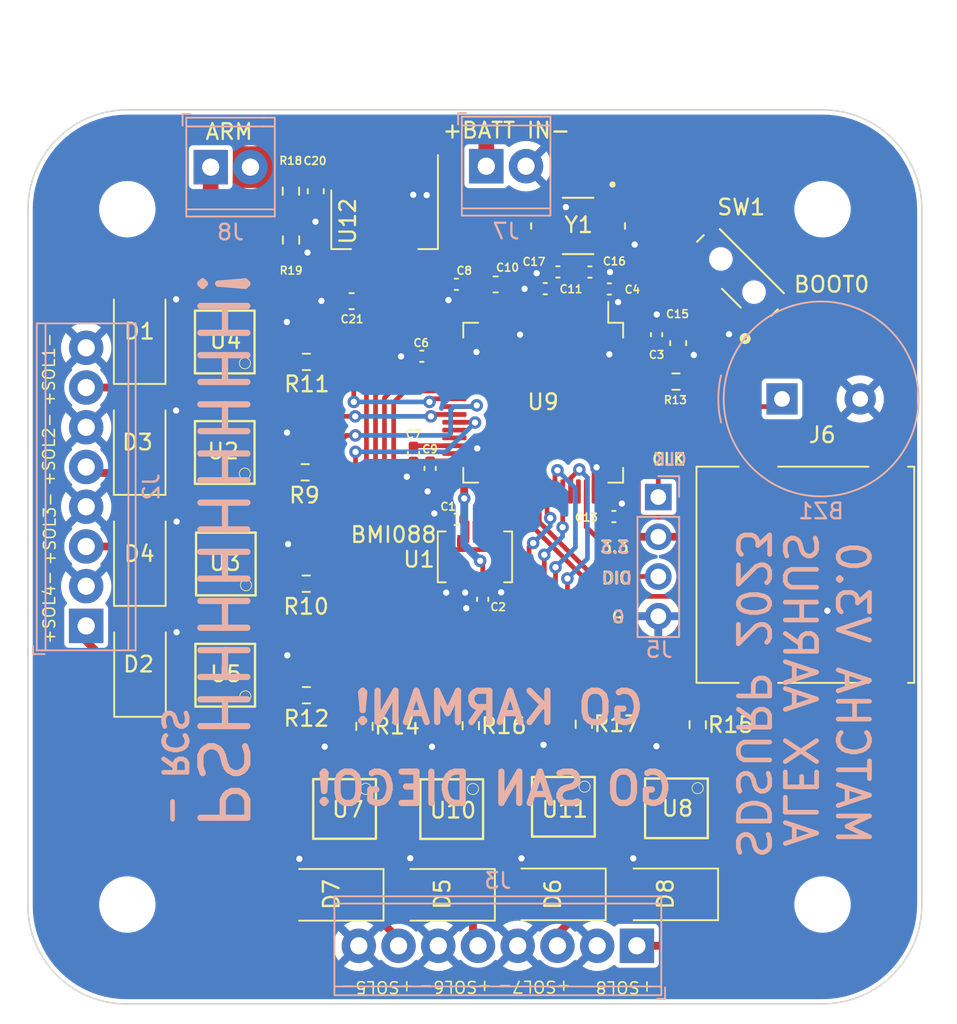
<source format=kicad_pcb>
(kicad_pcb (version 20211014) (generator pcbnew)
  (layers (0 "F.Cu" signal) (31 "B.Cu" power) (34 "B.Paste" user) (35 "F.Paste" user) (36 "B.SilkS" user "B.Silkscreen") (37 "F.SilkS" user "F.Silkscreen") (38 "B.Mask" user) (39 "F.Mask" user) (44 "Edge.Cuts" user))
  (net 0 "")
  (net 1 "BUZZER")
  (net 2 "GND")
  (net 3 "3.3V")
  (net 4 "Net-(C7-Pad1)")
  (net 5 "Net-(C10-Pad2)")
  (net 6 "Net-(C11-Pad1)")
  (net 7 "RCC_OSC_IN")
  (net 8 "RCC_OSC_OUT")
  (net 9 "PWR")
  (net 10 "Net-(D1-Pad1)")
  (net 11 "Net-(D2-Pad1)")
  (net 12 "Net-(D3-Pad1)")
  (net 13 "Net-(D4-Pad1)")
  (net 14 "Net-(D5-Pad1)")
  (net 15 "Net-(D6-Pad1)")
  (net 16 "Net-(D7-Pad1)")
  (net 20 "SYS_JTMS-SWDIO")
  (net 21 "SYS_JTCK_SWCLK")
  (net 22 "SDIO_D2")
  (net 23 "SDIO_D3")
  (net 24 "SDIO_CMD")
  (net 25 "SDIO_CK")
  (net 26 "SDIO_D0")
  (net 27 "SDIO_D1")
  (net 29 "BATT+")
  (net 32 "Net-(R9-Pad1)")
  (net 33 "SOL2")
  (net 34 "Net-(R10-Pad1)")
  (net 35 "SOL3")
  (net 36 "Net-(R11-Pad1)")
  (net 37 "SOL1")
  (net 38 "Net-(R12-Pad1)")
  (net 39 "SOL4")
  (net 40 "Net-(R13-Pad1)")
  (net 41 "Net-(R13-Pad2)")
  (net 42 "Net-(R14-Pad1)")
  (net 43 "SOL5")
  (net 44 "Net-(R15-Pad1)")
  (net 45 "SOL8")
  (net 46 "Net-(R16-Pad1)")
  (net 47 "SOL6")
  (net 48 "Net-(R17-Pad1)")
  (net 49 "SOL7")
  (net 50 "VMON")
  (net 52 "INT_ACC1")
  (net 53 "MISO")
  (net 54 "CS1_ACC")
  (net 55 "INT_GYRO2")
  (net 56 "INT_GYRO1")
  (net 57 "MOSI")
  (net 58 "SCK")
  (net 59 "CS2_GYRO")
  (net 60 "INT_ACC2")
  (net 71 "Net-(D8-Pad1)")
  (footprint "Resistor_SMD:R_0603_1608Metric" (layer "F.Cu") (at 53.71 64.7716 90)
    (fp_text reference "R16")
    (fp_text value "270")
  )
  (footprint "Resistor_SMD:R_0603_1608Metric" (layer "F.Cu") (at 43.12 48.57)
    (fp_text reference "R9")
    (fp_text value "270")
  )
  (footprint "Diode_SMD:D_SMA" (layer "F.Cu") (at 32.54 46.61 90)
    (fp_text reference "D3")
    (fp_text value "B330")
  )
  (footprint "Capacitor_SMD:C_0402_1005Metric" (layer "F.Cu") (at 58.47 36.83 180)
    (fp_text reference "C11")
    (fp_text value "100nF")
  )
  (footprint "Capacitor_SMD:C_0402_1005Metric" (layer "F.Cu") (at 50.05 47.37 -90)
    (fp_text reference "C7")
    (fp_text value "4.7uF")
  )
  (footprint "Diode_SMD:D_SMA" (layer "F.Cu") (at 32.55 53.71 90)
    (fp_text reference "D4")
    (fp_text value "B330")
  )
  (footprint "BMI088:BMI088" (layer "F.Cu") (at 53.975 53.975 180)
    (fp_text reference "U1")
    (fp_text value "BMI088")
  )
  (footprint "CPC1020NTR:4-SOP" (layer "F.Cu") (at 37.98 40.24 90)
    (fp_text reference "U4")
    (fp_text value "CPC1020NTR")
  )
  (footprint "Capacitor_SMD:C_0402_1005Metric" (layer "F.Cu") (at 52.78 51.58 180)
    (fp_text reference "C1")
    (fp_text value "100nF")
  )
  (footprint "MountingHole:MountingHole_3mm" (layer "F.Cu") (at 76.2 31.75)
    (fp_text reference "H2")
    (fp_text value "MountingHole")
  )
  (footprint "CPC1020NTR:4-SOP" (layer "F.Cu") (at 59.63 69.95 180)
    (fp_text reference "U11")
    (fp_text value "CPC1020NTR")
  )
  (footprint "Package_TO_SOT_SMD:SOT-223-3_TabPin2" (layer "F.Cu") (at 48.2 32.39 -90)
    (fp_text reference "U12")
    (fp_text value "NCP1117-3.3_SOT223")
  )
  (footprint "Resistor_SMD:R_0603_1608Metric" (layer "F.Cu") (at 43.2 62.82)
    (fp_text reference "R12")
    (fp_text value "270")
  )
  (footprint "CPC1020NTR:4-SOP" (layer "F.Cu") (at 45.64 70.09 180)
    (fp_text reference "U7")
    (fp_text value "CPC1020NTR")
  )
  (footprint "Capacitor_SMD:C_0402_1005Metric" (layer "F.Cu") (at 62.86 51.4)
    (fp_text reference "C13")
    (fp_text value "100nF")
  )
  (footprint "Resistor_SMD:R_0603_1608Metric" (layer "F.Cu") (at 68.22 64.71 90)
    (fp_text reference "R15")
    (fp_text value "270")
  )
  (footprint "Capacitor_SMD:C_0603_1608Metric" (layer "F.Cu") (at 46.09 37.63 180)
    (fp_text reference "C21")
    (fp_text value "10uF")
  )
  (footprint "CPC1020NTR:4-SOP" (layer "F.Cu") (at 66.86 70.05 180)
    (fp_text reference "U8")
    (fp_text value "CPC1020NTR")
  )
  (footprint "CPC1020NTR:4-SOP" (layer "F.Cu") (at 37.98 47.3 90)
    (fp_text reference "U2")
    (fp_text value "CPC1020NTR")
  )
  (footprint "Resistor_SMD:R_0603_1608Metric" (layer "F.Cu") (at 46.9104 64.811599 90)
    (fp_text reference "R14")
    (fp_text value "270")
  )
  (footprint "Capacitor_SMD:C_0402_1005Metric" (layer "F.Cu") (at 54.47 56.69 -90)
    (fp_text reference "C2")
    (fp_text value "100nF")
  )
  (footprint "Capacitor_SMD:C_0402_1005Metric" (layer "F.Cu") (at 50.58 41.15 180)
    (fp_text reference "C6")
    (fp_text value "100nF")
  )
  (footprint "PCM12SMTR:SW_PCM12SMTR" (layer "F.Cu") (at 70.76 35.99 135)
    (fp_text reference "SW1")
    (fp_text value "PCM12SMTR")
  )
  (footprint "Capacitor_SMD:C_0603_1608Metric" (layer "F.Cu") (at 43.8 30.6 -90)
    (fp_text reference "C20")
    (fp_text value "100nF")
  )
  (footprint "Capacitor_SMD:C_0402_1005Metric" (layer "F.Cu") (at 62.57 36.85)
    (fp_text reference "C4")
    (fp_text value "100nF")
  )
  (footprint "Resistor_SMD:R_0603_1608Metric" (layer "F.Cu") (at 60.9404 64.6766 90)
    (fp_text reference "R17")
    (fp_text value "270")
  )
  (footprint "CPC1020NTR:4-SOP" (layer "F.Cu") (at 38.05 54.43 90)
    (fp_text reference "U3")
    (fp_text value "CPC1020NTR")
  )
  (footprint "Resistor_SMD:R_0603_1608Metric" (layer "F.Cu") (at 42.21 30.6 -90)
    (fp_text reference "R18")
    (fp_text value "1M")
  )
  (footprint "Diode_SMD:D_SMA" (layer "F.Cu") (at 32.56 60.8 90)
    (fp_text reference "D2")
    (fp_text value "B330")
  )
  (footprint "Capacitor_SMD:C_0603_1608Metric" (layer "F.Cu") (at 55.3 36.56 180)
    (fp_text reference "C10")
    (fp_text value "1uF")
  )
  (footprint "Diode_SMD:D_SMA" (layer "F.Cu") (at 58.94 75.55 180)
    (fp_text reference "D6")
    (fp_text value "B330")
  )
  (footprint "MountingHole:MountingHole_3mm" (layer "F.Cu") (at 76.2 76.2)
    (fp_text reference "H4")
    (fp_text value "MountingHole")
  )
  (footprint "Capacitor_SMD:C_0402_1005Metric" (layer "F.Cu") (at 59.28 35.76 180)
    (fp_text reference "C17")
    (fp_text value "26pf")
  )
  (footprint "Resistor_SMD:R_0603_1608Metric" (layer "F.Cu") (at 43.19 55.69)
    (fp_text reference "R10")
    (fp_text value "270")
  )
  (footprint "Capacitor_SMD:C_0402_1005Metric" (layer "F.Cu") (at 52.79 36.55 180)
    (fp_text reference "C8")
    (fp_text value "100nF")
  )
  (footprint "Diode_SMD:D_SMA" (layer "F.Cu") (at 51.85 75.58 180)
    (fp_text reference "D5")
    (fp_text value "B330")
  )
  (footprint "MountingHole:MountingHole_3mm" (layer "F.Cu") (at 31.75 76.2)
    (fp_text reference "H1")
    (fp_text value "MountingHole")
  )
  (footprint "Resistor_SMD:R_0603_1608Metric" (layer "F.Cu") (at 43.2 41.51)
    (fp_text reference "R11")
    (fp_text value "270")
  )
  (footprint "Diode_SMD:D_SMA" (layer "F.Cu") (at 44.73 75.58 180)
    (fp_text reference "D7")
    (fp_text value "B330")
  )
  (footprint "Resistor_SMD:R_0603_1608Metric" (layer "F.Cu") (at 66.83 42.77)
    (fp_text reference "R13")
    (fp_text value "10k")
  )
  (footprint "Capacitor_SMD:C_0402_1005Metric" (layer "F.Cu") (at 65.59 39.77 90)
    (fp_text reference "C3")
    (fp_text value "100nF")
  )
  (footprint "Connector_Card:microSD_HC_Wuerth_693072010801" (layer "F.Cu") (at 76.25 55.12 -90)
    (fp_text reference "J6")
    (fp_text value "Micro_SD_Card")
  )
  (footprint "Diode_SMD:D_SMA" (layer "F.Cu") (at 66.12 75.55 180)
    (fp_text reference "D8")
    (fp_text value "B330")
  )
  (footprint "Package_QFP:LQFP-64_10x10mm_P0.5mm" (layer "F.Cu") (at 58.34 44.12 -90)
    (fp_text reference "U9")
    (fp_text value "STM32F401RDTx")
  )
  (footprint "Capacitor_SMD:C_0402_1005Metric" (layer "F.Cu") (at 51.11 48.32 -90)
    (fp_text reference "C9")
    (fp_text value "100nF")
  )
  (footprint "MountingHole:MountingHole_3mm" (layer "F.Cu") (at 31.75 31.75)
    (fp_text reference "H3")
    (fp_text value "MountingHole")
  )
  (footprint "ABMM2_6mm_3_6mm:XTAL_ABMM2-25.000MHZ-D1-T" (layer "F.Cu") (at 60.57 32.82 -90)
    (fp_text reference "Y1")
    (fp_text value "ABMM2-25MHZ-D1-T")
  )
  (footprint "Capacitor_SMD:C_0603_1608Metric" (layer "F.Cu") (at 66.97 40.31 90)
    (fp_text reference "C15")
    (fp_text value "4.7uF")
  )
  (footprint "CPC1020NTR:4-SOP" (layer "F.Cu") (at 38.01 61.54 90)
    (fp_text reference "U5")
    (fp_text value "CPC1020NTR")
  )
  (footprint "CPC1020NTR:4-SOP" (layer "F.Cu") (at 52.49 70.1 180)
    (fp_text reference "U10")
    (fp_text value "CPC1020NTR")
  )
  (footprint "Capacitor_SMD:C_0402_1005Metric" (layer "F.Cu") (at 61.327605 35.768426)
    (fp_text reference "C16")
    (fp_text value "26pf")
  )
  (footprint "Resistor_SMD:R_0603_1608Metric" (layer "F.Cu") (at 42.22 33.72 -90)
    (fp_text reference "R19")
    (fp_text value "100K")
  )
  (footprint "Diode_SMD:D_SMA" (layer "F.Cu") (at 32.54 39.52 90)
    (fp_text reference "D1")
    (fp_text value "B330")
  )
  (footprint "TerminalBlock_Phoenix:TerminalBlock_Phoenix_MPT-0,5-2-2.54_1x02_P2.54mm_Horizontal" (layer "B.Cu") (at 37.08 29.06)
    (fp_text reference "J8")
    (fp_text value "Screw_Terminal_01x02")
  )
  (footprint "Buzzer_Beeper:Buzzer_TDK_PS1240P02BT_D12.2mm_H6.5mm" (layer "B.Cu") (at 73.61 43.88)
    (fp_text reference "BZ1")
    (fp_text value "Buzzer")
  )
  (footprint "Connector_PinHeader_2.54mm:PinHeader_1x04_P2.54mm_Vertical" (layer "B.Cu") (at 65.7 50.15 180)
    (fp_text reference "J5")
    (fp_text value "Conn_01x04")
  )
  (footprint "TerminalBlock_Phoenix:TerminalBlock_Phoenix_MPT-0,5-8-2.54_1x08_P2.54mm_Horizontal" (layer "B.Cu") (at 29.12 58.39 90)
    (fp_text reference "J2")
    (fp_text value "Screw_Terminal_01x08")
  )
  (footprint "TerminalBlock_Phoenix:TerminalBlock_Phoenix_MPT-0,5-8-2.54_1x08_P2.54mm_Horizontal" (layer "B.Cu") (at 64.3304 78.8366 180)
    (fp_text reference "J3")
    (fp_text value "Screw_Terminal_01x08")
  )
  (footprint "TerminalBlock_Phoenix:TerminalBlock_Phoenix_MPT-0,5-2-2.54_1x02_P2.54mm_Horizontal" (layer "B.Cu") (at 54.7 29)
    (fp_text reference "J7")
    (fp_text value "Screw_Terminal_01x02")
  )
  (gr_line (start 82.55 31.75) (end 82.55 76.2) (layer "Edge.Cuts") (width 0.1))
  (gr_arc (start 76.2 25.4) (mid 80.690128 27.259872) (end 82.55 31.75) (layer "Edge.Cuts") (width 0.1))
  (gr_arc (start 82.55 76.2) (mid 80.690128 80.690128) (end 76.2 82.55) (layer "Edge.Cuts") (width 0.1))
  (gr_line (start 76.2 82.55) (end 31.75 82.55) (layer "Edge.Cuts") (width 0.1))
  (gr_arc (start 25.4 31.75) (mid 27.259872 27.259872) (end 31.75 25.4) (layer "Edge.Cuts") (width 0.1))
  (gr_arc (start 31.75 82.55) (mid 27.237091 80.712909) (end 25.4 76.2) (layer "Edge.Cuts") (width 0.1))
  (gr_line (start 31.75 25.4) (end 76.2 25.4) (layer "Edge.Cuts") (width 0.1))
  (gr_line (start 25.4 76.2) (end 25.4 31.75) (layer "Edge.Cuts") (width 0.1))
  (gr_text "SDSURP 2023" (at 71.73 62.72 270) (layer "B.SilkS") (effects (font (size 2 2) (thickness 0.3)) (justify mirror)))
  (gr_text "MATCHA V3.0" (at 78.11 62.68 270) (layer "B.SilkS") (effects (font (size 2 2) (thickness 0.3)) (justify mirror)))
  (gr_text "GO SAN DIEGO!" (at 55.19 68.8) (layer "B.SilkS") (effects (font (size 2 2) (thickness 0.4)) (justify mirror)))
  (gr_text "GO KARMAN! " (at 54.75 63.63) (layer "B.SilkS") (effects (font (size 2 2) (thickness 0.4)) (justify mirror)))
  (gr_text "- RCS" (at 34.75 67.39 270) (layer "B.SilkS") (effects (font (size 1.5 1.5) (thickness 0.3)) (justify mirror)))
  (gr_text "ALEX AARHUS" (at 74.73 62.439999 270) (layer "B.SilkS") (effects (font (size 2 2) (thickness 0.3)) (justify mirror)))
  (gr_text "PSHHHHHHHHH!" (at 37.79 53.58 270) (layer "B.SilkS") (effects (font (size 3 3) (thickness 0.4)) (justify mirror)))
  (gr_text "DIO" (at 63.05 55.34) (layer "B.SilkS") (effects (font (size 0.75 0.75)) (justify mirror)))
  (gr_text "G" (at 63.1684 57.824) (layer "B.SilkS") (effects (font (size 0.75 0.75)) (justify mirror)))
  (gr_text "CLK" (at 66.4484 47.744) (layer "B.SilkS") (effects (font (size 0.75 0.75)) (justify mirror)))
  (gr_text "3.3" (at 62.94 53.38) (layer "B.SilkS") (effects (font (size 0.75 0.75)) (justify mirror)))
  (gr_text "3.3" (at 62.9116 53.346) (layer "F.SilkS") (effects (font (size 0.75 0.75))))
  (gr_text "+SOL2-" (at 26.74 47.1 90) (layer "F.SilkS") (effects (font (size 0.75 0.75) (thickness 0.1))))
  (gr_text "+SOL3-" (at 26.79 52.18 90) (layer "F.SilkS") (effects (font (size 0.75 0.75) (thickness 0.1))))
  (gr_text "G" (at 63.11 57.82) (layer "F.SilkS") (effects (font (size 0.75 0.75))))
  (gr_text "+SOL4-" (at 26.76 57.2 90) (layer "F.SilkS") (effects (font (size 0.75 0.75) (thickness 0.1))))
  (gr_text "+SOL1-" (at 26.74 41.99 90) (layer "F.SilkS") (effects (font (size 0.75 0.75) (thickness 0.1))))
  (gr_text "+SOL7-" (at 57.78 81.45 180) (layer "F.SilkS") (effects (font (size 0.75 0.75) (thickness 0.1))))
  (gr_text "CLK" (at 66.37 47.74) (layer "F.SilkS") (effects (font (size 0.75 0.75))))
  (gr_text "+SOL6-" (at 52.72 81.46 180) (layer "F.SilkS") (effects (font (size 0.75 0.75) (thickness 0.1))))
  (gr_text "+SOL5-" (at 47.74 81.48 180) (layer "F.SilkS") (effects (font (size 0.75 0.75) (thickness 0.1))))
  (gr_text "ARM" (at 38.26 26.8) (layer "F.SilkS") (effects (font (size 1 1))))
  (gr_text "+BATT IN-" (at 55.99 26.71) (layer "F.SilkS") (effects (font (size 1 1))))
  (gr_text "+SOL8-" (at 63.1 81.49 180) (layer "F.SilkS") (effects (font (size 0.75 0.75) (thickness 0.1))))
  (gr_text "DIO" (at 63.0416 55.336) (layer "F.SilkS") (effects (font (size 0.75 0.75))))
  (gr_text "BOOT0" (at 76.78 36.56) (layer "F.SilkS") (effects (font (size 1 1))))
  (segment (start 64.015 44.37) (end 73.12 44.37) (width 0.3) (layer "F.Cu") (net 1))
  (segment (start 73.12 44.37) (end 73.61 43.88) (width 0.3) (layer "F.Cu") (net 1))
  (segment (start 34.89 58.8) (end 34.9 58.79) (width 0.5) (layer "F.Cu") (net 2))
  (segment (start 32.54 44.61) (end 34.86 44.61) (width 0.5) (layer "F.Cu") (net 2))
  (segment (start 53.975 55.1307) (end 53.975 55.635) (width 0.3) (layer "F.Cu") (net 2))
  (segment (start 51.64 51.52) (end 51.38 51.26) (width 0.3) (layer "F.Cu") (net 2))
  (segment (start 53.975 55.635) (end 53.35 56.26) (width 0.3) (layer "F.Cu") (net 2))
  (segment (start 58 35.76) (end 58.8 35.76) (width 0.3) (layer "F.Cu") (net 2))
  (segment (start 49.85 75.58) (end 49.85 73.25) (width 0.5) (layer "F.Cu") (net 2))
  (segment (start 64.12 73.27) (end 64.1 73.25) (width 0.5) (layer "F.Cu") (net 2))
  (segment (start 63.05 37.61) (end 63.05 36.85) (width 0.3) (layer "F.Cu") (net 2))
  (segment (start 61.59 49.795) (end 61.59 48.41) (width 0.3) (layer "F.Cu") (net 2))
  (segment (start 50.05 47.85) (end 50.05 48.42) (width 0.5) (layer "F.Cu") (net 2))
  (segment (start 59.79 31.62) (end 58.37 31.62) (width 0.5) (layer "F.Cu") (net 2))
  (segment (start 41.94 38.97) (end 40.78 38.97) (width 0.3) (layer "F.Cu") (net 2))
  (segment (start 63.13 37.69) (end 63.05 37.61) (width 0.3) (layer "F.Cu") (net 2))
  (segment (start 32.54 37.52) (end 34.86 37.52) (width 0.5) (layer "F.Cu") (net 2))
  (segment (start 54.07 40.88) (end 54.06 40.87) (width 0.3) (layer "F.Cu") (net 2))
  (segment (start 61.59 48.41) (end 61.75 48.25) (width 0.3) (layer "F.Cu") (net 2))
  (segment (start 51.7 51.58) (end 51.64 51.52) (width 0.3) (layer "F.Cu") (net 2))
  (segment (start 63.34 50.6) (end 63.37 50.57) (width 0.5) (layer "F.Cu") (net 2))
  (segment (start 40.81 60.27) (end 41.98 60.27) (width 0.3) (layer "F.Cu") (net 2))
  (segment (start 62.73 40.87) (end 62.57 41.03) (width 0.3) (layer "F.Cu") (net 2))
  (segment (start 56.59 39.5) (end 56.86 39.77) (width 0.3) (layer "F.Cu") (net 2))
  (segment (start 57.99 36.83) (end 57.16 36.83) (width 0.3) (layer "F.Cu") (net 2))
  (segment (start 71.113553 38.846447) (end 71.113553 38.818427) (width 0.5) (layer "F.Cu") (net 2))
  (segment (start 52.3 51.58) (end 51.7 51.58) (width 0.3) (layer "F.Cu") (net 2))
  (segment (start 34.89 51.71) (end 34.9 51.72) (width 0.5) (layer "F.Cu") (net 2))
  (segment (start 41.96 46.03) (end 40.78 46.03) (width 0.3) (layer "F.Cu") (net 2))
  (segment (start 56.94 73.26) (end 56.95 73.25) (width 0.5) (layer "F.Cu") (net 2))
  (segment (start 70.22 39.74) (end 71.113553 38.846447) (width 0.5) (layer "F.Cu") (net 2))
  (segment (start 44.37 66.11) (end 44.37 67.29) (width 0.3) (layer "F.Cu") (net 2))
  (segment (start 64.015 40.87) (end 62.73 40.87) (width 0.3) (layer "F.Cu") (net 2))
  (segment (start 51.22 66.13) (end 51.22 67.3) (width 0.3) (layer "F.Cu") (net 2))
  (segment (start 58.36 67.15) (end 58.36 65.99) (width 0.3) (layer "F.Cu") (net 2))
  (segment (start 64.12 75.55) (end 64.12 73.27) (width 0.5) (layer "F.Cu") (net 2))
  (segment (start 56.94 75.55) (end 56.94 73.26) (width 0.5) (layer "F.Cu") (net 2))
  (segment (start 56.59 38.445) (end 56.59 39.5) (width 0.3) (layer "F.Cu") (net 2))
  (segment (start 49.85 73.25) (end 49.84 73.24) (width 0.5) (layer "F.Cu") (net 2))
  (segment (start 53.79 47.37) (end 54.12 47.04) (width 0.3) (layer "F.Cu") (net 2))
  (segment (start 54.975001 55.1307) (end 54.975001 55.565001) (width 0.3) (layer "F.Cu") (net 2))
  (segment (start 50.1 41.15) (end 49.26 41.15) (width 0.3) (layer "F.Cu") (net 2))
  (segment (start 41.95 38.96) (end 41.94 38.97) (width 0.3) (layer "F.Cu") (net 2))
  (segment (start 65.59 38.49) (end 65.6 38.48) (width 0.5) (layer "F.Cu") (net 2))
  (segment (start 52.31 37.53) (end 52.28 37.56) (width 0.3) (layer "F.Cu") (net 2))
  (segment (start 34.86 44.61) (end 34.87 44.62) (width 0.5) (layer "F.Cu") (net 2))
  (segment (start 52.475 55.925) (end 52.14 56.26) (width 0.5) (layer "F.Cu") (net 2))
  (segment (start 40.85 53.16) (end 42.03 53.16) (width 0.3) (layer "F.Cu") (net 2))
  (segment (start 51.11 48.8) (end 51.11 49.63) (width 0.5) (layer "F.Cu") (net 2))
  (segment (start 51.23 66.12) (end 51.22 66.13) (width 0.3) (layer "F.Cu") (net 2))
  (segment (start 65.59 39.29) (end 65.59 38.49) (width 0.5) (layer "F.Cu") (net 2))
  (segment (start 32.56 58.8) (end 34.89 58.8) (width 0.5) (layer "F.Cu") (net 2))
  (segment (start 62.608426 35.768426) (end 61.807605 35.768426) (width 0.3) (layer "F.Cu") (net 2))
  (segment (start 65.59 66.09) (end 65.59 67.25) (width 0.3) (layer "F.Cu") (net 2))
  (segment (start 51.38 51.26) (end 51.38 51.2) (width 0.3) (layer "F.Cu") (net 2))
  (segment (start 64.19 34.01) (end 64.18 34.02) (width 0.5) (layer "F.Cu") (net 2))
  (segment (start 54.47 57.17) (end 53.51 57.17) (width 0.3) (layer "F.Cu") (net 2))
  (segment (start 65.58 66.08) (end 65.59 66.09) (width 0.3) (layer "F.Cu") (net 2))
  (segment (start 67.97 41.07) (end 67.955 41.085) (width 0.5) (layer "F.Cu") (net 2))
  (segment (start 52.475 55.1307) (end 52.948001 55.1307) (width 0.5) (layer "F.Cu") (net 2))
  (segment (start 42.73 75.58) (end 42.73 73.3) (width 0.5) (layer "F.Cu") (net 2))
  (segment (start 50.05 48.42) (end 49.62 48.85) (width 0.5) (layer "F.Cu") (net 2))
  (segment (start 63.34 51.4) (end 63.34 50.6) (width 0.5) (layer "F.Cu") (net 2))
  (segment (start 34.86 37.52) (end 34.87 37.51) (width 0.5) (layer "F.Cu") (net 2))
  (segment (start 52.665 47.37) (end 53.79 47.37) (width 0.3) (layer "F.Cu") (net 2))
  (segment (start 76.51 57.42) (end 77.8 57.42) (width 0.5) (layer "F.Cu") (net 2))
  (segment (start 54.975001 55.565001) (end 55.65 56.24) (width 0.3) (layer "F.Cu") (net 2))
  (segment (start 64.18 34.02) (end 62.77 34.02) (width 0.5) (layer "F.Cu") (net 2))
  (segment (start 57.16 36.83) (end 57.15 36.84) (width 0.3) (layer "F.Cu") (net 2))
  (segment (start 53.51 57.17) (end 53.42 57.26) (width 0.3) (layer "F.Cu") (net 2))
  (segment (start 52.475 55.1307) (end 52.475 55.925) (width 0.5) (layer "F.Cu") (net 2))
  (segment (start 52.31 36.55) (end 52.31 37.53) (width 0.3) (layer "F.Cu") (net 2))
  (segment (start 42.73 73.3) (end 42.75 73.28) (width 0.5) (layer "F.Cu") (net 2))
  (segment (start 32.55 51.71) (end 34.89 51.71) (width 0.5) (layer "F.Cu") (net 2))
  (segment (start 51.11 49.63) (end 50.95 49.79) (width 0.5) (layer "F.Cu") (net 2))
  (segment (start 62.61 35.77) (end 62.608426 35.768426) (width 0.3) (layer "F.Cu") (net 2))
  (segment (start 49.26 41.15) (end 49.25 41.16) (width 0.3) (layer "F.Cu") (net 2))
  (segment (start 57.92 35.84) (end 58 35.76) (width 0.3) (layer "F.Cu") (net 2))
  (segment (start 67.955 41.085) (end 66.97 41.085) (width 0.5) (layer "F.Cu") (net 2))
  (segment (start 54.06 40.87) (end 52.665 40.87) (width 0.3) (layer "F.Cu") (net 2))
  (via (at 59.79 31.62) (size 0.8) (drill 0.4) (layers "F.Cu" "B.Cu") (net 2))
  (via (at 50.03 30.83) (size 0.8) (drill 0.4) (layers "F.Cu" "B.Cu") (net 2))
  (via (at 64.1 73.25) (size 0.8) (drill 0.4) (layers "F.Cu" "B.Cu") (net 2))
  (via (at 76.51 57.42) (size 0.8) (drill 0.4) (layers "F.Cu" "B.Cu") (net 2))
  (via (at 55.65 56.24) (size 0.8) (drill 0.4) (layers "F.Cu" "B.Cu") (net 2))
  (via (at 58.36 65.99) (size 0.8) (drill 0.4) (layers "F.Cu" "B.Cu") (net 2))
  (via (at 57.15 36.84) (size 0.8) (drill 0.4) (layers "F.Cu" "B.Cu") (net 2))
  (via (at 41.95 38.96) (size 0.8) (drill 0.4) (layers "F.Cu" "B.Cu") (net 2))
  (via (at 50.89 30.85) (size 0.8) (drill 0.4) (layers "F.Cu" "B.Cu") (net 2))
  (via (at 65.58 66.08) (size 0.8) (drill 0.4) (layers "F.Cu" "B.Cu") (net 2))
  (via (at 42.03 53.16) (size 0.8) (drill 0.4) (layers "F.Cu" "B.Cu") (net 2))
  (via (at 62.61 35.77) (size 0.8) (drill 0.4) (layers "F.Cu" "B.Cu") (net 2))
  (via (at 43.78 32.55) (size 0.8) (drill 0.4) (layers "F.Cu" "B.Cu") (net 2))
  (via (at 34.9 51.72) (size 0.8) (drill 0.4) (layers "F.Cu" "B.Cu") (net 2))
  (via (at 61.75 48.25) (size 0.8) (drill 0.4) (layers "F.Cu" "B.Cu") (net 2))
  (via (at 52.28 37.56) (size 0.8) (drill 0.4) (layers "F.Cu" "B.Cu") (net 2))
  (via (at 44.37 66.11) (size 0.8) (drill 0.4) (layers "F.Cu" "B.Cu") (net 2))
  (via (at 52.14 56.26) (size 0.8) (drill 0.4) (layers "F.Cu" "B.Cu") (net 2))
  (via (at 56.95 73.25) (size 0.8) (drill 0.4) (layers "F.Cu" "B.Cu") (net 2))
  (via (at 34.9 58.79) (size 0.8) (drill 0.4) (layers "F.Cu" "B.Cu") (net 2))
  (via (at 54.12 47.04) (size 0.8) (drill 0.4) (layers "F.Cu" "B.Cu") (net 2))
  (via (at 63.13 37.69) (size 0.8) (drill 0.4) (layers "F.Cu" "B.Cu") (net 2))
  (via (at 64.19 34.01) (size 0.8) (drill 0.4) (layers "F.Cu" "B.Cu") (net 2))
  (via (at 62.57 41.03) (size 0.8) (drill 0.4) (layers "F.Cu" "B.Cu") (net 2))
  (via (at 49.84 73.24) (size 0.8) (drill 0.4) (layers "F.Cu" "B.Cu") (net 2))
  (via (at 54.07 40.88) (size 0.8) (drill 0.4) (layers "F.Cu" "B.Cu") (net 2))
  (via (at 51.38 51.2) (size 0.8) (drill 0.4) (layers "F.Cu" "B.Cu") (net 2))
  (via (at 43.27 34.52) (size 0.8) (drill 0.4) (layers "F.Cu" "B.Cu") (net 2))
  (via (at 41.98 60.27) (size 0.8) (drill 0.4) (layers "F.Cu" "B.Cu") (net 2))
  (via (at 67.97 41.07) (size 0.8) (drill 0.4) (layers "F.Cu" "B.Cu") (net 2))
  (via (at 65.6 38.48) (size 0.8) (drill 0.4) (layers "F.Cu" "B.Cu") (net 2))
  (via (at 53.42 57.26) (size 0.8) (drill 0.4) (layers "F.Cu" "B.Cu") (net 2))
  (via (at 42.75 73.28) (size 0.8) (drill 0.4) (layers "F.Cu" "B.Cu") (net 2))
  (via (at 49.62 48.85) (size 0.8) (drill 0.4) (layers "F.Cu" "B.Cu") (net 2))
  (via (at 44.16 37.61) (size 0.8) (drill 0.4) (layers "F.Cu" "B.Cu") (net 2))
  (via (at 53.35 56.26) (size 0.8) (drill 0.4) (layers "F.Cu" "B.Cu") (net 2))
  (via (at 56.86 39.77) (size 0.8) (drill 0.4) (layers "F.Cu" "B.Cu") (net 2))
  (via (at 57.92 35.84) (size 0.8) (drill 0.4) (layers "F.Cu" "B.Cu") (net 2))
  (via (at 49.25 41.16) (size 0.8) (drill 0.4) (layers "F.Cu" "B.Cu") (net 2))
  (via (at 63.37 50.57) (size 0.8) (drill 0.4) (layers "F.Cu" "B.Cu") (net 2))
  (via (at 34.87 37.51) (size 0.8) (drill 0.4) (layers "F.Cu" "B.Cu") (net 2))
  (via (at 50.95 49.79) (size 0.8) (drill 0.4) (layers "F.Cu" "B.Cu") (net 2))
  (via (at 70.22 39.74) (size 0.8) (drill 0.4) (layers "F.Cu" "B.Cu") (net 2))
  (via (at 34.87 44.62) (size 0.8) (drill 0.4) (layers "F.Cu" "B.Cu") (net 2))
  (via (at 41.96 46.03) (size 0.8) (drill 0.4) (layers "F.Cu" "B.Cu") (net 2))
  (via (at 51.23 66.12) (size 0.8) (drill 0.4) (layers "F.Cu" "B.Cu") (net 2))
  (segment (start 53.475001 52.8193) (end 53.475001 51.795001) (width 0.3) (layer "F.Cu") (net 3))
  (segment (start 52.665 41.37) (end 53.437803 41.37) (width 0.3) (layer "F.Cu") (net 3))
  (segment (start 53.437803 41.37) (end 53.887803 41.82) (width 0.3) (layer "F.Cu") (net 3))
  (segment (start 53.29 49.27) (end 53.29 50.24) (width 0.5) (layer "F.Cu") (net 3))
  (segment (start 62.427 47.467) (end 61.71 46.75) (width 0.3) (layer "F.Cu") (net 3))
  (segment (start 69.99 55.22) (end 67.46 52.69) (width 0.5) (layer "F.Cu") (net 3))
  (segment (start 65.47 40.37) (end 65.59 40.25) (width 0.3) (layer "F.Cu") (net 3))
  (segment (start 62.09 38.445) (end 62.09 39.41) (width 0.3) (layer "F.Cu") (net 3))
  (segment (start 54.47 56.21) (end 54.47 55.135699) (width 0.3) (layer "F.Cu") (net 3))
  (segment (start 61.61 39.89) (end 61.61 40.03) (width 0.3) (layer "F.Cu") (net 3))
  (segment (start 54.474999 54.394999) (end 54.31 54.23) (width 0.3) (layer "F.Cu") (net 3))
  (segment (start 62.09 49.795) (end 62.09 50.6) (width 0.3) (layer "F.Cu") (net 3))
  (segment (start 54.847 40.587) (end 55.125 40.865) (width 0.5) (layer "F.Cu") (net 3))
  (segment (start 62.94 40.03) (end 62.53 40.03) (width 0.3) (layer "F.Cu") (net 3))
  (segment (start 51.06 41.15) (end 51.43 41.15) (width 0.3) (layer "F.Cu") (net 3))
  (segment (start 55.317 40.103) (end 54.391844 40.103) (width 0.3) (layer "F.Cu") (net 3))
  (segment (start 46.865 37.63) (end 50.47 37.63) (width 0.5) (layer "F.Cu") (net 3))
  (segment (start 62.09 39.41) (end 61.61 39.89) (width 0.3) (layer "F.Cu") (net 3))
  (segment (start 64.015 40.37) (end 63.28 40.37) (width 0.3) (layer "F.Cu") (net 3))
  (segment (start 55.125 40.865) (end 57.24 42.98) (width 0.5) (layer "F.Cu") (net 3))
  (segment (start 64.96 37.6) (end 62.53 40.03) (width 0.5) (layer "F.Cu") (net 3))
  (segment (start 62.09 50.6) (end 62.38 50.89) (width 0.3) (layer "F.Cu") (net 3))
  (segment (start 52.11 39.27) (end 53.53 39.27) (width 0.5) (layer "F.Cu") (net 3))
  (segment (start 57.24 42.98) (end 58.265 44.005) (width 0.5) (layer "F.Cu") (net 3))
  (segment (start 53.475001 51.795001) (end 53.26 51.58) (width 0.3) (layer "F.Cu") (net 3))
  (segment (start 62.38 50.89) (end 62.38 51.4) (width 0.3) (layer "F.Cu") (net 3))
  (segment (start 61.61 40.03) (end 62.53 40.03) (width 0.5) (layer "F.Cu") (net 3))
  (segment (start 62.38 52.2) (end 62.38 51.4) (width 0.5) (layer "F.Cu") (net 3))
  (segment (start 51.65 41.37) (end 52.665 41.37) (width 0.3) (layer "F.Cu") (net 3))
  (segment (start 66.935 39.535) (end 66.22 40.25) (width 0.5) (layer "F.Cu") (net 3))
  (segment (start 62.427 48.783) (end 62.427 47.467) (width 0.3) (layer "F.Cu") (net 3))
  (segment (start 54.59 41.82) (end 55.125 41.285) (width 0.3) (layer "F.Cu") (net 3))
  (segment (start 62.09 49.12) (end 62.427 48.783) (width 0.3) (layer "F.Cu") (net 3))
  (segment (start 66.22 40.25) (end 65.59 40.25) (width 0.5) (layer "F.Cu") (net 3))
  (segment (start 58.265 44.005) (end 61 46.74) (width 0.5) (layer "F.Cu") (net 3))
  (segment (start 56.09 39.33) (end 55.317 40.103) (width 0.3) (layer "F.Cu") (net 3))
  (segment (start 54.391844 40.103) (end 54.847 40.558156) (width 0.5) (layer "F.Cu") (net 3))
  (segment (start 52.635 47.84) (end 52.665 47.87) (width 0.3) (layer "F.Cu") (net 3))
  (segment (start 50.47 37.63) (end 52.11 39.27) (width 0.5) (layer "F.Cu") (net 3))
  (segment (start 54.28 48.28) (end 53.29 49.27) (width 0.5) (layer "F.Cu") (net 3))
  (segment (start 54.363 40.103) (end 54.391844 40.103) (width 0.5) (layer "F.Cu") (net 3))
  (segment (start 56.075 36.56) (end 56.075 38.43) (width 0.3) (layer "F.Cu") (net 3))
  (segment (start 62.09 38.445) (end 62.09 36.85) (width 0.3) (layer "F.Cu") (net 3))
  (segment (start 65.96802 37.6) (end 64.96 37.6) (width 0.5) (layer "F.Cu") (net 3))
  (segment (start 60.19 40.03) (end 61.61 40.03) (width 0.5) (layer "F.Cu") (net 3))
  (segment (start 53.887803 41.82) (end 54.59 41.82) (width 0.3) (layer "F.Cu") (net 3))
  (segment (start 53.29 50.24) (end 53.29 51.55) (width 0.5) (layer "F.Cu") (net 3))
  (segment (start 62.87 52.69) (end 62.38 52.2) (width 0.5) (layer "F.Cu") (net 3))
  (segment (start 62.09 49.795) (end 62.09 49.12) (width 0.3) (layer "F.Cu") (net 3))
  (segment (start 67.46 52.69) (end 65.7 52.69) (width 0.5) (layer "F.Cu") (net 3))
  (segment (start 53.87 47.87) (end 54.28 48.28) (width 0.3) (layer "F.Cu") (net 3))
  (segment (start 56.09 38.445) (end 56.09 39.33) (width 0.3) (layer "F.Cu") (net 3))
  (segment (start 53.53 39.27) (end 54.363 40.103) (width 0.5) (layer "F.Cu") (net 3))
  (segment (start 56.075 38.43) (end 56.09 38.445) (width 0.3) (layer "F.Cu") (net 3))
  (segment (start 55.125 41.285) (end 55.125 40.865) (width 0.3) (layer "F.Cu") (net 3))
  (segment (start 61.71 46.75) (end 60.96 46.75) (width 0.3) (layer "F.Cu") (net 3))
  (segment (start 64.015 40.37) (end 65.47 40.37) (width 0.3) (layer "F.Cu") (net 3))
  (segment (start 66.97 39.535) (end 66.935 39.535) (width 0.5) (layer "F.Cu") (net 3))
  (segment (start 57.24 42.98) (end 60.19 40.03) (width 0.5) (layer "F.Cu") (net 3))
  (segment (start 52.665 47.87) (end 53.87 47.87) (width 0.3) (layer "F.Cu") (net 3))
  (segment (start 51.43 41.15) (end 51.65 41.37) (width 0.3) (layer "F.Cu") (net 3))
  (segment (start 67.931573 35.636447) (end 65.96802 37.6) (width 0.5) (layer "F.Cu") (net 3))
  (segment (start 54.847 40.558156) (end 54.847 40.587) (width 0.5) (layer "F.Cu") (net 3))
  (segment (start 53.29 51.55) (end 53.26 51.58) (width 0.5) (layer "F.Cu") (net 3))
  (segment (start 58.265 44.005) (end 58.265 44.295) (width 0.5) (layer "F.Cu") (net 3))
  (segment (start 58.265 44.295) (end 54.28 48.28) (width 0.5) (layer "F.Cu") (net 3))
  (segment (start 51.11 47.84) (end 52.635 47.84) (width 0.3) (layer "F.Cu") (net 3))
  (segment (start 65.7 52.69) (end 62.87 52.69) (width 0.5) (layer "F.Cu") (net 3))
  (segment (start 77.8 55.22) (end 69.99 55.22) (width 0.5) (layer "F.Cu") (net 3))
  (segment (start 54.474999 55.1307) (end 54.474999 54.394999) (width 0.3) (layer "F.Cu") (net 3))
  (segment (start 63.28 40.37) (end 62.94 40.03) (width 0.3) (layer "F.Cu") (net 3))
  (via (at 54.31 54.23) (size 0.8) (drill 0.4) (layers "F.Cu" "B.Cu") (net 3))
  (via (at 53.29 50.24) (size 0.8) (drill 0.4) (layers "F.Cu" "B.Cu") (net 3))
  (segment (start 53.29 50.24) (end 53.29 53.21) (width 0.5) (layer "B.Cu") (net 3))
  (segment (start 53.29 53.21) (end 54.31 54.23) (width 0.5) (layer "B.Cu") (net 3))
  (segment (start 50.07 46.87) (end 50.05 46.89) (width 0.3) (layer "F.Cu") (net 4))
  (segment (start 52.665 46.87) (end 50.07 46.87) (width 0.3) (layer "F.Cu") (net 4))
  (segment (start 53.27 36.55) (end 54.515 36.55) (width 0.3) (layer "F.Cu") (net 5))
  (segment (start 54.515 36.55) (end 54.525 36.56) (width 0.3) (layer "F.Cu") (net 5))
  (segment (start 59.09 36.97) (end 59.09 38.445) (width 0.3) (layer "F.Cu") (net 6))
  (segment (start 58.95 36.83) (end 59.09 36.97) (width 0.3) (layer "F.Cu") (net 6))
  (segment (start 60.09 38.445) (end 60.09 37.53) (width 0.3) (layer "F.Cu") (net 7))
  (segment (start 62.77 31.62) (end 61.52 31.62) (width 0.3) (layer "F.Cu") (net 7))
  (segment (start 60.847605 36.772395) (end 60.847605 35.768426) (width 0.3) (layer "F.Cu") (net 7))
  (segment (start 60.09 37.53) (end 60.847605 36.772395) (width 0.3) (layer "F.Cu") (net 7))
  (segment (start 60.847605 32.292395) (end 60.847605 35.768426) (width 0.3) (layer "F.Cu") (net 7))
  (segment (start 61.52 31.62) (end 60.847605 32.292395) (width 0.3) (layer "F.Cu") (net 7))
  (segment (start 59.76 34.33) (end 59.76 35.76) (width 0.3) (layer "F.Cu") (net 8))
  (segment (start 58.37 34.02) (end 59.45 34.02) (width 0.3) (layer "F.Cu") (net 8))
  (segment (start 59.59 36.57) (end 59.76 36.4) (width 0.3) (layer "F.Cu") (net 8))
  (segment (start 59.76 36.4) (end 59.76 35.76) (width 0.3) (layer "F.Cu") (net 8))
  (segment (start 59.45 34.02) (end 59.76 34.33) (width 0.3) (layer "F.Cu") (net 8))
  (segment (start 59.59 38.445) (end 59.59 36.57) (width 0.3) (layer "F.Cu") (net 8))
  (segment (start 64.08 70.11) (end 63.38 70.11) (width 0.5) (layer "F.Cu") (net 9))
  (segment (start 36.86 53.16) (end 38.01 52.01) (width 0.5) (layer "F.Cu") (net 9))
  (segment (start 35.18 38.97) (end 37.16 38.97) (width 0.5) (layer "F.Cu") (net 9))
  (segment (start 35.21 60.27) (end 36.79 60.27) (width 0.5) (layer "F.Cu") (net 9))
  (segment (start 57.37 70.11) (end 63.38 70.11) (width 1) (layer "F.Cu") (net 9))
  (segment (start 37.08 33.8) (end 38.01 34.73) (width 1) (layer "F.Cu") (net 9))
  (segment (start 44.37 72.89) (end 44.37 71.41) (width 0.5) (layer "F.Cu") (net 9))
  (segment (start 37.16 38.97) (end 38.01 38.12) (width 0.5) (layer "F.Cu") (net 9))
  (segment (start 35.25 53.16) (end 36.86 53.16) (width 0.5) (layer "F.Cu") (net 9))
  (segment (start 51.22 72.9) (end 51.22 70.91) (width 0.5) (layer "F.Cu") (net 9))
  (segment (start 65.59 72.85) (end 65.59 71.62) (width 0.5) (layer "F.Cu") (net 9))
  (segment (start 58.36 71.1) (end 57.37 70.11) (width 0.5) (layer "F.Cu") (net 9))
  (segment (start 37.08 29.06) (end 37.08 33.8) (width 1) (layer "F.Cu") (net 9))
  (segment (start 35.18 46.03) (end 36.95 46.03) (width 0.5) (layer "F.Cu") (net 9))
  (segment (start 38.01 34.73) (end 38.01 38.12) (width 1) (layer "F.Cu") (net 9))
  (segment (start 51.22 70.91) (end 50.42 70.11) (width 0.5) (layer "F.Cu") (net 9))
  (segment (start 50.42 70.11) (end 57.37 70.11) (width 1) (layer "F.Cu") (net 9))
  (segment (start 36.79 60.27) (end 38.01 59.05) (width 0.5) (layer "F.Cu") (net 9))
  (segment (start 36.95 46.03) (end 38.01 44.97) (width 0.5) (layer "F.Cu") (net 9))
  (segment (start 44.37 71.41) (end 43.07 70.11) (width 0.5) (layer "F.Cu") (net 9))
  (segment (start 38.01 59.05) (end 38.01 67.42) (width 1) (layer "F.Cu") (net 9))
  (segment (start 38.01 38.12) (end 38.01 44.97) (width 1) (layer "F.Cu") (net 9))
  (segment (start 38.01 52.01) (end 38.01 59.05) (width 1) (layer "F.Cu") (net 9))
  (segment (start 65.59 71.62) (end 64.08 70.11) (width 0.5) (layer "F.Cu") (net 9))
  (segment (start 38.01 44.97) (end 38.01 52.01) (width 1) (layer "F.Cu") (net 9))
  (segment (start 58.36 72.75) (end 58.36 71.1) (width 0.5) (layer "F.Cu") (net 9))
  (segment (start 40.7 70.11) (end 43.07 70.11) (width 1) (layer "F.Cu") (net 9))
  (segment (start 38.01 67.42) (end 40.7 70.11) (width 1) (layer "F.Cu") (net 9))
  (segment (start 43.07 70.11) (end 50.42 70.11) (width 1) (layer "F.Cu") (net 9))
  (segment (start 30.91 43.15) (end 29.12 43.15) (width 0.5) (layer "F.Cu") (net 10))
  (segment (start 32.54 41.52) (end 35.17 41.52) (width 0.5) (layer "F.Cu") (net 10))
  (segment (start 35.17 41.52) (end 35.18 41.51) (width 0.5) (layer "F.Cu") (net 10))
  (segment (start 32.54 41.52) (end 30.91 43.15) (width 0.5) (layer "F.Cu") (net 10))
  (segment (start 35.21 62.81) (end 32.57 62.81) (width 0.5) (layer "F.Cu") (net 11))
  (segment (start 32.56 62.8) (end 29.12 59.36) (width 0.5) (layer "F.Cu") (net 11))
  (segment (start 32.57 62.81) (end 32.56 62.8) (width 0.5) (layer "F.Cu") (net 11))
  (segment (start 29.12 59.36) (end 29.12 58.39) (width 0.5) (layer "F.Cu") (net 11))
  (segment (start 32.54 48.61) (end 29.5 48.61) (width 0.5) (layer "F.Cu") (net 12))
  (segment (start 29.5 48.61) (end 29.12 48.23) (width 0.5) (layer "F.Cu") (net 12))
  (segment (start 35.18 48.57) (end 32.58 48.57) (width 0.5) (layer "F.Cu") (net 12))
  (segment (start 32.58 48.57) (end 32.54 48.61) (width 0.5) (layer "F.Cu") (net 12))
  (segment (start 30.94 53.31) (end 29.12 53.31) (width 0.5) (layer "F.Cu") (net 13))
  (segment (start 32.55 54.92) (end 30.94 53.31) (width 0.5) (layer "F.Cu") (net 13))
  (segment (start 32.56 55.7) (end 32.55 55.71) (width 0.5) (layer "F.Cu") (net 13))
  (segment (start 32.55 55.71) (end 32.55 54.92) (width 0.5) (layer "F.Cu") (net 13))
  (segment (start 35.25 55.7) (end 32.56 55.7) (width 0.5) (layer "F.Cu") (net 13))
  (segment (start 53.76 75.49) (end 53.85 75.58) (width 0.5) (layer "F.Cu") (net 14))
  (segment (start 53.76 72.9) (end 53.76 75.49) (width 0.5) (layer "F.Cu") (net 14))
  (segment (start 53.85 75.58) (end 53.85 78.5162) (width 0.5) (layer "F.Cu") (net 14))
  (segment (start 53.85 78.5162) (end 54.1704 78.8366) (width 0.5) (layer "F.Cu") (net 14))
  (segment (start 60.9 72.75) (end 60.9 75.51) (width 0.5) (layer "F.Cu") (net 15))
  (segment (start 60.9 75.51) (end 60.94 75.55) (width 0.5) (layer "F.Cu") (net 15))
  (segment (start 60.94 76.41) (end 59.2504 78.0996) (width 0.5) (layer "F.Cu") (net 15))
  (segment (start 59.2504 78.0996) (end 59.2504 78.8366) (width 0.5) (layer "F.Cu") (net 15))
  (segment (start 60.94 75.55) (end 60.94 76.41) (width 0.5) (layer "F.Cu") (net 15))
  (segment (start 46.91 75.4) (end 46.73 75.58) (width 0.5) (layer "F.Cu") (net 16))
  (segment (start 46.73 75.58) (end 46.73 76.03) (width 0.5) (layer "F.Cu") (net 16))
  (segment (start 46.91 72.89) (end 46.91 75.4) (width 0.5) (layer "F.Cu") (net 16))
  (segment (start 46.73 76.03) (end 49.0904 78.3904) (width 0.5) (layer "F.Cu") (net 16))
  (segment (start 49.0904 78.3904) (end 49.0904 78.8366) (width 0.5) (layer "F.Cu") (net 16))
  (segment (start 64.26 55.23) (end 65.7 55.23) (width 0.3) (layer "F.Cu") (net 20))
  (segment (start 61.09 49.795) (end 61.09 52.06) (width 0.3) (layer "F.Cu") (net 20))
  (segment (start 61.09 52.06) (end 64.26 55.23) (width 0.3) (layer "F.Cu") (net 20))
  (segment (start 64.86 47.87) (end 65.7 48.71) (width 0.3) (layer "F.Cu") (net 21))
  (segment (start 64.015 47.87) (end 64.86 47.87) (width 0.3) (layer "F.Cu") (net 21))
  (segment (start 65.7 48.71) (end 65.7 50.15) (width 0.3) (layer "F.Cu") (net 21))
  (segment (start 72.11 51.92) (end 67.06 46.87) (width 0.3) (layer "F.Cu") (net 22))
  (segment (start 67.06 46.87) (end 64.015 46.87) (width 0.3) (layer "F.Cu") (net 22))
  (segment (start 77.8 51.92) (end 72.11 51.92) (width 0.3) (layer "F.Cu") (net 22))
  (segment (start 78.714 51.13) (end 72.06 51.13) (width 0.3) (layer "F.Cu") (net 23))
  (segment (start 67.3 46.37) (end 64.015 46.37) (width 0.3) (layer "F.Cu") (net 23))
  (segment (start 78.404 53.02) (end 78.98 52.444) (width 0.3) (layer "F.Cu") (net 23))
  (segment (start 78.98 51.396) (end 78.714 51.13) (width 0.3) (layer "F.Cu") (net 23))
  (segment (start 72.06 51.13) (end 67.3 46.37) (width 0.3) (layer "F.Cu") (net 23))
  (segment (start 78.98 52.444) (end 78.98 51.396) (width 0.3) (layer "F.Cu") (net 23))
  (segment (start 77.8 53.02) (end 78.404 53.02) (width 0.3) (layer "F.Cu") (net 23))
  (segment (start 64.58 51.44) (end 64.43 51.29) (width 0.3) (layer "F.Cu") (net 24))
  (segment (start 70.9 54.12) (end 68.22 51.44) (width 0.3) (layer "F.Cu") (net 24))
  (segment (start 68.22 51.44) (end 64.58 51.44) (width 0.3) (layer "F.Cu") (net 24))
  (segment (start 62.89 48.017803) (end 62.89 45.37) (width 0.3) (layer "F.Cu") (net 24))
  (segment (start 63.76 48.34) (end 63.212197 48.34) (width 0.3) (layer "F.Cu") (net 24))
  (segment (start 62.89 45.37) (end 64.015 45.37) (width 0.3) (layer "F.Cu") (net 24))
  (segment (start 64.43 49.01) (end 63.76 48.34) (width 0.3) (layer "F.Cu") (net 24))
  (segment (start 64.43 51.29) (end 64.43 49.01) (width 0.3) (layer "F.Cu") (net 24))
  (segment (start 77.8 54.12) (end 70.9 54.12) (width 0.3) (layer "F.Cu") (net 24))
  (segment (start 63.212197 48.34) (end 62.89 48.017803) (width 0.3) (layer "F.Cu") (net 24))
  (segment (start 78.8 56.32) (end 79.52 55.6) (width 0.3) (layer "F.Cu") (net 25))
  (segment (start 72.27 50.56) (end 67.58 45.87) (width 0.3) (layer "F.Cu") (net 25))
  (segment (start 79.52 55.6) (end 79.52 51.11) (width 0.3) (layer "F.Cu") (net 25))
  (segment (start 78.97 50.56) (end 72.27 50.56) (width 0.3) (layer "F.Cu") (net 25))
  (segment (start 79.52 51.11) (end 78.97 50.56) (width 0.3) (layer "F.Cu") (net 25))
  (segment (start 77.8 56.32) (end 78.8 56.32) (width 0.3) (layer "F.Cu") (net 25))
  (segment (start 67.58 45.87) (end 64.015 45.87) (width 0.3) (layer "F.Cu") (net 25))
  (segment (start 57.59 51.97) (end 57.59 49.795) (width 0.3) (layer "F.Cu") (net 26))
  (segment (start 79.47 59.76) (end 78.79 60.44) (width 0.3) (layer "F.Cu") (net 26))
  (segment (start 66.06 60.44) (end 57.59 51.97) (width 0.3) (layer "F.Cu") (net 26))
  (segment (start 79.47 59.14) (end 79.47 59.76) (width 0.3) (layer "F.Cu") (net 26))
  (segment (start 78.85 58.52) (end 79.47 59.14) (width 0.3) (layer "F.Cu") (net 26))
  (segment (start 77.8 58.52) (end 78.85 58.52) (width 0.3) (layer "F.Cu") (net 26))
  (segment (start 78.79 60.44) (end 66.06 60.44) (width 0.3) (layer "F.Cu") (net 26))
  (segment (start 73.15 59.62) (end 77.8 59.62) (width 0.3) (layer "F.Cu") (net 27))
  (segment (start 62.836181 56.5) (end 70.03 56.5) (width 0.3) (layer "F.Cu") (net 27))
  (segment (start 70.03 56.5) (end 73.15 59.62) (width 0.3) (layer "F.Cu") (net 27))
  (segment (start 58.09 51.753819) (end 62.836181 56.5) (width 0.3) (layer "F.Cu") (net 27))
  (segment (start 58.09 49.795) (end 58.09 51.753819) (width 0.3) (layer "F.Cu") (net 27))
  (segment (start 45.9 27.43) (end 45.9 29.24) (width 1) (layer "F.Cu") (net 29))
  (segment (start 54.7 29) (end 54.7 27.34) (width 1) (layer "F.Cu") (net 29))
  (segment (start 46.62 26.71) (end 45.9 27.43) (width 1) (layer "F.Cu") (net 29))
  (segment (start 54.07 26.71) (end 46.62 26.71) (width 1) (layer "F.Cu") (net 29))
  (segment (start 54.7 27.34) (end 54.07 26.71) (width 1) (layer "F.Cu") (net 29))
  (segment (start 42.295 48.57) (end 40.78 48.57) (width 0.3) (layer "F.Cu") (net 32))
  (segment (start 51.283079 44.87) (end 51.161063 44.992016) (width 0.3) (layer "F.Cu") (net 33))
  (segment (start 46.320206 44.992101) (end 44.887899 44.992101) (width 0.3) (layer "F.Cu") (net 33))
  (segment (start 44.6 45.28) (end 44.6 47.95) (width 0.3) (layer "F.Cu") (net 33))
  (segment (start 44.887899 44.992101) (end 44.6 45.28) (width 0.3) (layer "F.Cu") (net 33))
  (segment (start 52.665 44.87) (end 51.283079 44.87) (width 0.3) (layer "F.Cu") (net 33))
  (segment (start 44.6 47.95) (end 43.98 48.57) (width 0.3) (layer "F.Cu") (net 33))
  (segment (start 43.98 48.57) (end 43.945 48.57) (width 0.3) (layer "F.Cu") (net 33))
  (via (at 51.161063 44.992016) (size 0.8) (drill 0.4) (layers "F.Cu" "B.Cu") (net 33))
  (via (at 46.320206 44.992101) (size 0.8) (drill 0.4) (layers "F.Cu" "B.Cu") (net 33))
  (segment (start 51.161063 44.992016) (end 46.320291 44.992016) (width 0.3) (layer "B.Cu") (net 33))
  (segment (start 46.320291 44.992016) (end 46.320206 44.992101) (width 0.3) (layer "B.Cu") (net 33))
  (segment (start 42.365 55.69) (end 40.86 55.69) (width 0.3) (layer "F.Cu") (net 34))
  (segment (start 40.86 55.69) (end 40.85 55.7) (width 0.3) (layer "F.Cu") (net 34))
  (segment (start 45.39 54.315) (end 44.015 55.69) (width 0.3) (layer "F.Cu") (net 35))
  (segment (start 45.76 46.21) (end 45.39 46.58) (width 0.3) (layer "F.Cu") (net 35))
  (segment (start 52.665 44.37) (end 54.01 44.37) (width 0.3) (layer "F.Cu") (net 35))
  (segment (start 54.01 44.37) (end 54.09 44.29) (width 0.3) (layer "F.Cu") (net 35))
  (segment (start 45.39 46.58) (end 45.39 54.315) (width 0.3) (layer "F.Cu") (net 35))
  (segment (start 46.33 46.21) (end 45.76 46.21) (width 0.3) (layer "F.Cu") (net 35))
  (via (at 54.09 44.29) (size 0.8) (drill 0.4) (layers "F.Cu" "B.Cu") (net 35))
  (via (at 46.33 46.21) (size 0.8) (drill 0.4) (layers "F.Cu" "B.Cu") (net 35))
  (segment (start 54.02 44.36) (end 52.63 44.36) (width 0.3) (layer "B.Cu") (net 35))
  (segment (start 54.09 44.29) (end 54.02 44.36) (width 0.3) (layer "B.Cu") (net 35))
  (segment (start 52.42 46.08) (end 52.29 46.21) (width 0.3) (layer "B.Cu") (net 35))
  (segment (start 52.63 44.36) (end 52.42 44.57) (width 0.3) (layer "B.Cu") (net 35))
  (segment (start 52.29 46.21) (end 46.33 46.21) (width 0.3) (layer "B.Cu") (net 35))
  (segment (start 52.42 44.57) (end 52.42 46.08) (width 0.3) (layer "B.Cu") (net 35))
  (segment (start 42.375 41.51) (end 40.78 41.51) (width 0.3) (layer "F.Cu") (net 36))
  (segment (start 46.23 44.07) (end 46.23 42.73) (width 0.3) (layer "F.Cu") (net 37))
  (segment (start 45.01 41.51) (end 44.025 41.51) (width 0.3) (layer "F.Cu") (net 37))
  (segment (start 52.665 43.87) (end 51.27 43.87) (width 0.3) (layer "F.Cu") (net 37))
  (segment (start 46.23 42.73) (end 45.01 41.51) (width 0.3) (layer "F.Cu") (net 37))
  (segment (start 51.27 43.87) (end 51.07 44.07) (width 0.3) (layer "F.Cu") (net 37))
  (via (at 51.07 44.07) (size 0.8) (drill 0.4) (layers "F.Cu" "B.Cu") (net 37))
  (via (at 46.23 44.07) (size 0.8) (drill 0.4) (layers "F.Cu" "B.Cu") (net 37))
  (segment (start 51.07 44.07) (end 46.23 44.07) (width 0.3) (layer "B.Cu") (net 37))
  (segment (start 40.82 62.82) (end 40.81 62.81) (width 0.3) (layer "F.Cu") (net 38))
  (segment (start 42.375 62.82) (end 40.82 62.82) (width 0.3) (layer "F.Cu") (net 38))
  (segment (start 52.665 45.37) (end 53.96 45.37) (width 0.3) (layer "F.Cu") (net 39))
  (segment (start 53.96 45.37) (end 53.98 45.39) (width 0.3) (layer "F.Cu") (net 39))
  (segment (start 46.34 47.26) (end 46.34 61.43) (width 0.3) (layer "F.Cu") (net 39))
  (segment (start 46.34 61.43) (end 44.95 62.82) (width 0.3) (layer "F.Cu") (net 39))
  (segment (start 44.95 62.82) (end 44.025 62.82) (width 0.3) (layer "F.Cu") (net 39))
  (via (at 53.98 45.39) (size 0.8) (drill 0.4) (layers "F.Cu" "B.Cu") (net 39))
  (via (at 46.34 47.26) (size 0.8) (drill 0.4) (layers "F.Cu" "B.Cu") (net 39))
  (segment (start 53.98 45.39) (end 52.11 47.26) (width 0.3) (layer "B.Cu") (net 39))
  (segment (start 52.11 47.26) (end 46.34 47.26) (width 0.3) (layer "B.Cu") (net 39))
  (segment (start 65.605 42.37) (end 66.005 42.77) (width 0.3) (layer "F.Cu") (net 40))
  (segment (start 64.015 42.37) (end 65.605 42.37) (width 0.3) (layer "F.Cu") (net 40))
  (segment (start 69.2 40.37) (end 69.2 42.28) (width 0.5) (layer "F.Cu") (net 41))
  (segment (start 68.26 39.43) (end 69.2 40.37) (width 0.5) (layer "F.Cu") (net 41))
  (segment (start 68.71 42.77) (end 67.655 42.77) (width 0.5) (layer "F.Cu") (net 41))
  (segment (start 68.992233 36.697107) (end 68.26 37.42934) (width 0.5) (layer "F.Cu") (net 41))
  (segment (start 69.2 42.28) (end 68.71 42.77) (width 0.5) (layer "F.Cu") (net 41))
  (segment (start 68.26 37.42934) (end 68.26 39.43) (width 0.5) (layer "F.Cu") (net 41))
  (segment (start 46.9104 65.636599) (end 46.9104 67.2896) (width 0.3) (layer "F.Cu") (net 42))
  (segment (start 46.9104 67.2896) (end 46.91 67.29) (width 0.3) (layer "F.Cu") (net 42))
  (segment (start 52.65 62.05) (end 47.83 62.05) (width 0.3) (layer "F.Cu") (net 43))
  (segment (start 57.44 53.35) (end 57.44 57.26) (width 0.3) (layer "F.Cu") (net 43))
  (segment (start 47.83 62.05) (end 46.9104 62.9696) (width 0.3) (layer "F.Cu") (net 43))
  (segment (start 46.9104 62.9696) (end 46.9104 63.986599) (width 0.3) (layer "F.Cu") (net 43))
  (segment (start 57.44 57.26) (end 52.65 62.05) (width 0.3) (layer "F.Cu") (net 43))
  (segment (start 57.7 53.09) (end 57.44 53.35) (width 0.3) (layer "F.Cu") (net 43))
  (segment (start 58.59 51.297102) (end 58.59 49.795) (width 0.3) (layer "F.Cu") (net 43))
  (segment (start 58.789699 51.496801) (end 58.59 51.297102) (width 0.3) (layer "F.Cu") (net 43))
  (via (at 57.7 53.09) (size 0.8) (drill 0.4) (layers "F.Cu" "B.Cu") (net 43))
  (via (at 58.789699 51.496801) (size 0.8) (drill 0.4) (layers "F.Cu" "B.Cu") (net 43))
  (segment (start 58.789699 52.000301) (end 57.7 53.09) (width 0.3) (layer "B.Cu") (net 43))
  (segment (start 58.789699 51.496801) (end 58.789699 52.000301) (width 0.3) (layer "B.Cu") (net 43))
  (segment (start 68.22 65.535) (end 68.22 67.16) (width 0.3) (layer "F.Cu") (net 44))
  (segment (start 68.22 67.16) (end 68.13 67.25) (width 0.3) (layer "F.Cu") (net 44))
  (segment (start 67.66 62.47) (end 68.22 63.03) (width 0.3) (layer "F.Cu") (net 45))
  (segment (start 59.89 55.36) (end 59.89 56.32) (width 0.3) (layer "F.Cu") (net 45))
  (segment (start 68.22 63.03) (end 68.22 63.885) (width 0.3) (layer "F.Cu") (net 45))
  (segment (start 66.04 62.47) (end 67.66 62.47) (width 0.3) (layer "F.Cu") (net 45))
  (segment (start 60.09 48.95) (end 60.65 48.39) (width 0.3) (layer "F.Cu") (net 45))
  (segment (start 59.89 56.32) (end 66.04 62.47) (width 0.3) (layer "F.Cu") (net 45))
  (segment (start 60.09 49.795) (end 60.09 48.95) (width 0.3) (layer "F.Cu") (net 45))
  (via (at 59.89 55.36) (size 0.8) (drill 0.4) (layers "F.Cu" "B.Cu") (net 45))
  (via (at 60.65 48.39) (size 0.8) (drill 0.4) (layers "F.Cu" "B.Cu") (net 45))
  (segment (start 61.17 48.91) (end 61.17 53.67) (width 0.3) (layer "B.Cu") (net 45))
  (segment (start 60.65 48.39) (end 61.17 48.91) (width 0.3) (layer "B.Cu") (net 45))
  (segment (start 61.17 53.67) (end 61.17 54.08) (width 0.3) (layer "B.Cu") (net 45))
  (segment (start 61.17 54.08) (end 59.89 55.36) (width 0.3) (layer "B.Cu") (net 45))
  (segment (start 53.71 67.25) (end 53.76 67.3) (width 0.3) (layer "F.Cu") (net 46))
  (segment (start 53.71 65.5966) (end 53.71 67.25) (width 0.3) (layer "F.Cu") (net 46))
  (segment (start 58.41 53.84) (end 58.41 58.16) (width 0.3) (layer "F.Cu") (net 47))
  (segment (start 58.41 58.16) (end 53.71 62.86) (width 0.3) (layer "F.Cu") (net 47))
  (segment (start 59.59 49.795) (end 59.59 52.07) (width 0.3) (layer "F.Cu") (net 47))
  (segment (start 53.71 62.86) (end 53.71 63.9466) (width 0.3) (layer "F.Cu") (net 47))
  (segment (start 59.59 52.07) (end 59.58 52.08) (width 0.3) (layer "F.Cu") (net 47))
  (via (at 58.41 53.84) (size 0.8) (drill 0.4) (layers "F.Cu" "B.Cu") (net 47))
  (via (at 59.58 52.08) (size 0.8) (drill 0.4) (layers "F.Cu" "B.Cu") (net 47))
  (segment (start 59.58 52.67) (end 58.41 53.84) (width 0.3) (layer "B.Cu") (net 47))
  (segment (start 59.58 52.08) (end 59.58 52.67) (width 0.3) (layer "B.Cu") (net 47))
  (segment (start 60.9404 65.5016) (end 60.9404 67.1096) (width 0.3) (layer "F.Cu") (net 48))
  (segment (start 60.9404 67.1096) (end 60.9 67.15) (width 0.3) (layer "F.Cu") (net 48))
  (segment (start 60.9404 61.0704) (end 60.9404 63.8516) (width 0.3) (layer "F.Cu") (net 49))
  (segment (start 59.13 54.64) (end 59.13 59.26) (width 0.3) (layer "F.Cu") (net 49))
  (segment (start 59.13 59.26) (end 60.9404 61.0704) (width 0.3) (layer "F.Cu") (net 49))
  (segment (start 59.09 49.795) (end 59.09 48.6) (width 0.3) (layer "F.Cu") (net 49))
  (segment (start 59.09 48.6) (end 59.25 48.44) (width 0.3) (layer "F.Cu") (net 49))
  (via (at 59.13 54.64) (size 0.8) (drill 0.4) (layers "F.Cu" "B.Cu") (net 49))
  (via (at 59.25 48.44) (size 0.8) (drill 0.4) (layers "F.Cu" "B.Cu") (net 49))
  (segment (start 60.4 53.37) (end 59.13 54.64) (width 0.3) (layer "B.Cu") (net 49))
  (segment (start 60.4 52.81) (end 60.4 53.37) (width 0.3) (layer "B.Cu") (net 49))
  (segment (start 59.25 48.44) (end 60.4 49.59) (width 0.3) (layer "B.Cu") (net 49))
  (segment (start 60.4 49.59) (end 60.4 52.81) (width 0.3) (layer "B.Cu") (net 49))
  (segment (start 40.91 32.19) (end 42.11 32.19) (width 0.3) (layer "F.Cu") (net 50))
  (segment (start 42.21 31.425) (end 42.21 32.09) (width 0.5) (layer "F.Cu") (net 50))
  (segment (start 40.53 35.98) (end 40.53 32.57) (width 0.3) (layer "F.Cu") (net 50))
  (segment (start 42.21 32.09) (end 42.21 32.885) (width 0.5) (layer "F.Cu") (net 50))
  (segment (start 42.11 32.19) (end 42.21 32.09) (width 0.3) (layer "F.Cu") (net 50))
  (segment (start 44.92 40.37) (end 40.53 35.98) (width 0.3) (layer "F.Cu") (net 50))
  (segment (start 52.665 40.37) (end 44.92 40.37) (width 0.3) (layer "F.Cu") (net 50))
  (segment (start 40.53 32.57) (end 40.91 32.19) (width 0.3) (layer "F.Cu") (net 50))
  (segment (start 42.21 32.885) (end 42.22 32.895) (width 0.5) (layer "F.Cu") (net 50))
  (segment (start 56.09 49.795) (end 56.09 53.7713) (width 0.3) (layer "F.Cu") (net 52))
  (segment (start 56.09 53.7713) (end 55.8863 53.975) (width 0.3) (layer "F.Cu") (net 52))
  (segment (start 49.13 42.87) (end 48.19 43.81) (width 0.3) (layer "F.Cu") (net 53))
  (segment (start 55.475 53.241601) (end 55.206601 53.51) (width 0.3) (layer "F.Cu") (net 53))
  (segment (start 48.19 49.72) (end 51.98 53.51) (width 0.3) (layer "F.Cu") (net 53))
  (segment (start 52.974999 53.241598) (end 52.974999 52.8193) (width 0.3) (layer "F.Cu") (net 53))
  (segment (start 55.206601 53.51) (end 53.243401 53.51) (width 0.3) (layer "F.Cu") (net 53))
  (segment (start 53.243401 53.51) (end 52.974999 53.241598) (width 0.3) (layer "F.Cu") (net 53))
  (segment (start 51.98 53.51) (end 53.243401 53.51) (width 0.3) (layer "F.Cu") (net 53))
  (segment (start 48.19 43.81) (end 48.19 49.72) (width 0.3) (layer "F.Cu") (net 53))
  (segment (start 55.475 52.8193) (end 55.475 53.241601) (width 0.3) (layer "F.Cu") (net 53))
  (segment (start 52.665 42.87) (end 49.13 42.87) (width 0.3) (layer "F.Cu") (net 53))
  (segment (start 55.59 49.795) (end 55.59 51.63) (width 0.3) (layer "F.Cu") (net 54))
  (segment (start 54.975001 52.244999) (end 54.975001 52.8193) (width 0.3) (layer "F.Cu") (net 54))
  (segment (start 55.59 51.63) (end 54.975001 52.244999) (width 0.3) (layer "F.Cu") (net 54))
  (segment (start 55.09 49.795) (end 55.09 51.33) (width 0.3) (layer "F.Cu") (net 55))
  (segment (start 54.474999 51.945001) (end 54.474999 52.8193) (width 0.3) (layer "F.Cu") (net 55))
  (segment (start 55.09 51.33) (end 54.474999 51.945001) (width 0.3) (layer "F.Cu") (net 55))
  (segment (start 54.59 51.12) (end 54.59 49.795) (width 0.3) (layer "F.Cu") (net 56))
  (segment (start 53.975 52.8193) (end 53.975 51.735) (width 0.3) (layer "F.Cu") (net 56))
  (segment (start 53.975 51.735) (end 54.59 51.12) (width 0.3) (layer "F.Cu") (net 56))
  (segment (start 48.78 49.63) (end 48.78 44.1) (width 0.3) (layer "F.Cu") (net 57))
  (segment (start 52.475 52.8193) (end 51.9693 52.8193) (width 0.3) (layer "F.Cu") (net 57))
  (segment (start 51.9693 52.8193) (end 48.78 49.63) (width 0.3) (layer "F.Cu") (net 57))
  (segment (start 49.51 43.37) (end 52.665 43.37) (width 0.3) (layer "F.Cu") (net 57))
  (segment (start 48.78 44.1) (end 49.51 43.37) (width 0.3) (layer "F.Cu") (net 57))
  (segment (start 48.87 42.37) (end 47.62 43.62) (width 0.3) (layer "F.Cu") (net 58))
  (segment (start 51.715 53.975) (end 52.0637 53.975) (width 0.3) (layer "F.Cu") (net 58))
  (segment (start 47.62 49.88) (end 51.715 53.975) (width 0.3) (layer "F.Cu") (net 58))
  (segment (start 47.62 43.62) (end 47.62 49.88) (width 0.3) (layer "F.Cu") (net 58))
  (segment (start 52.665 42.37) (end 48.87 42.37) (width 0.3) (layer "F.Cu") (net 58))
  (segment (start 53.256599 54.49) (end 51.44 54.49) (width 0.3) (layer "F.Cu") (net 59))
  (segment (start 47.04 50.09) (end 47.04 43.42) (width 0.3) (layer "F.Cu") (net 59))
  (segment (start 51.44 54.49) (end 47.04 50.09) (width 0.3) (layer "F.Cu") (net 59))
  (segment (start 53.475001 54.708402) (end 53.256599 54.49) (width 0.3) (layer "F.Cu") (net 59))
  (segment (start 53.475001 55.1307) (end 53.475001 54.708402) (width 0.3) (layer "F.Cu") (net 59))
  (segment (start 48.59 41.87) (end 52.665 41.87) (width 0.3) (layer "F.Cu") (net 59))
  (segment (start 47.04 43.42) (end 48.59 41.87) (width 0.3) (layer "F.Cu") (net 59))
  (segment (start 56.59 54.71) (end 56.1693 55.1307) (width 0.3) (layer "F.Cu") (net 60))
  (segment (start 56.1693 55.1307) (end 55.475 55.1307) (width 0.3) (layer "F.Cu") (net 60))
  (segment (start 56.59 49.795) (end 56.59 54.71) (width 0.3) (layer "F.Cu") (net 60))
  (segment (start 68.13 72.85) (end 68.13 75.54) (width 0.5) (layer "F.Cu") (net 71))
  (segment (start 68.12 77.24) (end 66.5234 78.8366) (width 0.5) (layer "F.Cu") (net 71))
  (segment (start 68.13 75.54) (end 68.12 75.55) (width 0.5) (layer "F.Cu") (net 71))
  (segment (start 66.5234 78.8366) (end 64.3304 78.8366) (width 0.5) (layer "F.Cu") (net 71))
  (segment (start 68.12 75.55) (end 68.12 77.24) (width 0.5) (layer "F.Cu") (net 71))
  (zone (net 2) (net_name "GND") (layer "F.Cu") (connect_pads yes (clearance 0.3)) (min_thickness 0.254) (fill yes (thermal_gap 0.508) (thermal_bridge_width 0.508))
    (polygon (pts (xy 51.381672 31.264309) (xy 49.621672 31.274309) (xy 49.62 28.11) (xy 51.38 28.11)))
  )
  (zone (net 2) (net_name "GND") (layer "F.Cu") (connect_pads yes (clearance 0.3)) (min_thickness 0.254) (fill yes (thermal_gap 0.508) (thermal_bridge_width 0.508))
    (polygon (pts (xy 44.47 36.77) (xy 44.75 37.02) (xy 45.87 37.02) (xy 45.87 38.22) (xy 43.562858 38.224676) (xy 43.53 35.72) (xy 42.86 35.07) (xy 41.61 35.08) (xy 41.6 34.02) (xy 42.8 34.02) (xy 43.19 33.68) (xy 43.19 30.79) (xy 44.39 30.79)))
  )
  (zone (net 29) (net_name "BATT+") (layer "F.Cu") (connect_pads yes (clearance 0.3)) (min_thickness 0.254) (fill yes (thermal_gap 0.508) (thermal_bridge_width 0.508))
    (polygon (pts (xy 46.79 30.36) (xy 38.48 30.4) (xy 38.5 27.73) (xy 46.73 27.71)))
  )
  (zone (net 3) (net_name "3.3V") (layer "F.Cu") (connect_pads yes (clearance 0.3)) (min_thickness 0.254) (fill yes (thermal_gap 0.508) (thermal_bridge_width 0.508))
    (polygon (pts (xy 49.08 28.11) (xy 49.09 33.07) (xy 50.23 34.39) (xy 50.23 36.67) (xy 48.14 36.67) (xy 47.46 38.24) (xy 46.17 38.25) (xy 46.17 34.41) (xy 47.32 33.06) (xy 47.32 30.37) (xy 47.32 28.1)))
  )
  (zone (net 2) (net_name "GND") (layer "B.Cu") (connect_pads (clearance 0.3)) (min_thickness 0.254) (fill yes (thermal_gap 0.508) (thermal_bridge_width 0.508))
    (polygon (pts (xy 82.571433 82.595358) (xy 25.425739 82.543356) (xy 25.41 25.41) (xy 82.545694 25.402002)))
  )
)
</source>
